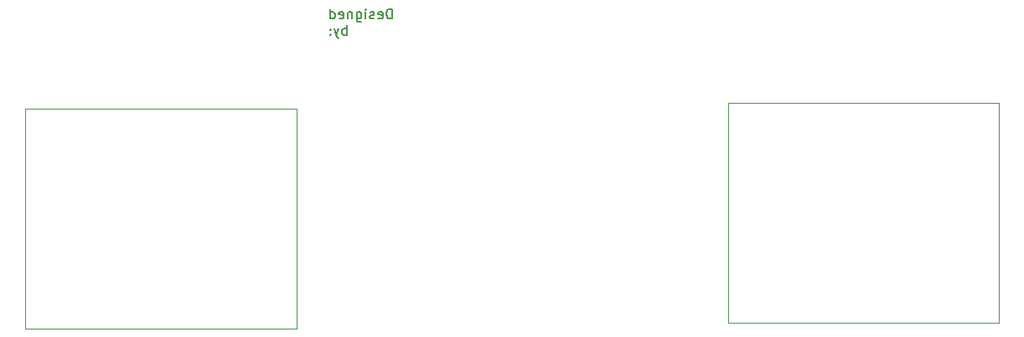
<source format=gbr>
G04 #@! TF.GenerationSoftware,KiCad,Pcbnew,(5.1.4)-1*
G04 #@! TF.CreationDate,2019-11-05T16:13:29-05:00*
G04 #@! TF.ProjectId,CellMan,43656c6c-4d61-46e2-9e6b-696361645f70,1.4*
G04 #@! TF.SameCoordinates,Original*
G04 #@! TF.FileFunction,Legend,Bot*
G04 #@! TF.FilePolarity,Positive*
%FSLAX46Y46*%
G04 Gerber Fmt 4.6, Leading zero omitted, Abs format (unit mm)*
G04 Created by KiCad (PCBNEW (5.1.4)-1) date 2019-11-05 16:13:29*
%MOMM*%
%LPD*%
G04 APERTURE LIST*
%ADD10C,0.120000*%
%ADD11C,0.150000*%
G04 APERTURE END LIST*
D10*
X190774320Y-115829080D02*
X190774320Y-93604080D01*
X163367720Y-115829080D02*
X190774320Y-115829080D01*
X163367720Y-115829080D02*
X163367720Y-93604080D01*
X163367720Y-93604080D02*
X190774320Y-93604080D01*
X119761000Y-116408200D02*
X119761000Y-94183200D01*
X92354400Y-94183200D02*
X119761000Y-94183200D01*
X92354400Y-116408200D02*
X92354400Y-94183200D01*
X92354400Y-116408200D02*
X119761000Y-116408200D01*
D11*
X129433490Y-85052660D02*
X129433490Y-84052660D01*
X129195395Y-84052660D01*
X129052538Y-84100280D01*
X128957300Y-84195518D01*
X128909680Y-84290756D01*
X128862061Y-84481232D01*
X128862061Y-84624089D01*
X128909680Y-84814565D01*
X128957300Y-84909803D01*
X129052538Y-85005041D01*
X129195395Y-85052660D01*
X129433490Y-85052660D01*
X128052538Y-85005041D02*
X128147776Y-85052660D01*
X128338252Y-85052660D01*
X128433490Y-85005041D01*
X128481109Y-84909803D01*
X128481109Y-84528851D01*
X128433490Y-84433613D01*
X128338252Y-84385994D01*
X128147776Y-84385994D01*
X128052538Y-84433613D01*
X128004919Y-84528851D01*
X128004919Y-84624089D01*
X128481109Y-84719327D01*
X127623966Y-85005041D02*
X127528728Y-85052660D01*
X127338252Y-85052660D01*
X127243014Y-85005041D01*
X127195395Y-84909803D01*
X127195395Y-84862184D01*
X127243014Y-84766946D01*
X127338252Y-84719327D01*
X127481109Y-84719327D01*
X127576347Y-84671708D01*
X127623966Y-84576470D01*
X127623966Y-84528851D01*
X127576347Y-84433613D01*
X127481109Y-84385994D01*
X127338252Y-84385994D01*
X127243014Y-84433613D01*
X126766823Y-85052660D02*
X126766823Y-84385994D01*
X126766823Y-84052660D02*
X126814442Y-84100280D01*
X126766823Y-84147899D01*
X126719204Y-84100280D01*
X126766823Y-84052660D01*
X126766823Y-84147899D01*
X125862061Y-84385994D02*
X125862061Y-85195518D01*
X125909680Y-85290756D01*
X125957300Y-85338375D01*
X126052538Y-85385994D01*
X126195395Y-85385994D01*
X126290633Y-85338375D01*
X125862061Y-85005041D02*
X125957300Y-85052660D01*
X126147776Y-85052660D01*
X126243014Y-85005041D01*
X126290633Y-84957422D01*
X126338252Y-84862184D01*
X126338252Y-84576470D01*
X126290633Y-84481232D01*
X126243014Y-84433613D01*
X126147776Y-84385994D01*
X125957300Y-84385994D01*
X125862061Y-84433613D01*
X125385871Y-84385994D02*
X125385871Y-85052660D01*
X125385871Y-84481232D02*
X125338252Y-84433613D01*
X125243014Y-84385994D01*
X125100157Y-84385994D01*
X125004919Y-84433613D01*
X124957300Y-84528851D01*
X124957300Y-85052660D01*
X124100157Y-85005041D02*
X124195395Y-85052660D01*
X124385871Y-85052660D01*
X124481109Y-85005041D01*
X124528728Y-84909803D01*
X124528728Y-84528851D01*
X124481109Y-84433613D01*
X124385871Y-84385994D01*
X124195395Y-84385994D01*
X124100157Y-84433613D01*
X124052538Y-84528851D01*
X124052538Y-84624089D01*
X124528728Y-84719327D01*
X123195395Y-85052660D02*
X123195395Y-84052660D01*
X123195395Y-85005041D02*
X123290633Y-85052660D01*
X123481109Y-85052660D01*
X123576347Y-85005041D01*
X123623966Y-84957422D01*
X123671585Y-84862184D01*
X123671585Y-84576470D01*
X123623966Y-84481232D01*
X123576347Y-84433613D01*
X123481109Y-84385994D01*
X123290633Y-84385994D01*
X123195395Y-84433613D01*
X124862061Y-86702660D02*
X124862061Y-85702660D01*
X124862061Y-86083613D02*
X124766823Y-86035994D01*
X124576347Y-86035994D01*
X124481109Y-86083613D01*
X124433490Y-86131232D01*
X124385871Y-86226470D01*
X124385871Y-86512184D01*
X124433490Y-86607422D01*
X124481109Y-86655041D01*
X124576347Y-86702660D01*
X124766823Y-86702660D01*
X124862061Y-86655041D01*
X124052538Y-86035994D02*
X123814442Y-86702660D01*
X123576347Y-86035994D02*
X123814442Y-86702660D01*
X123909680Y-86940756D01*
X123957300Y-86988375D01*
X124052538Y-87035994D01*
X123195395Y-86607422D02*
X123147776Y-86655041D01*
X123195395Y-86702660D01*
X123243014Y-86655041D01*
X123195395Y-86607422D01*
X123195395Y-86702660D01*
X123195395Y-86083613D02*
X123147776Y-86131232D01*
X123195395Y-86178851D01*
X123243014Y-86131232D01*
X123195395Y-86083613D01*
X123195395Y-86178851D01*
M02*

</source>
